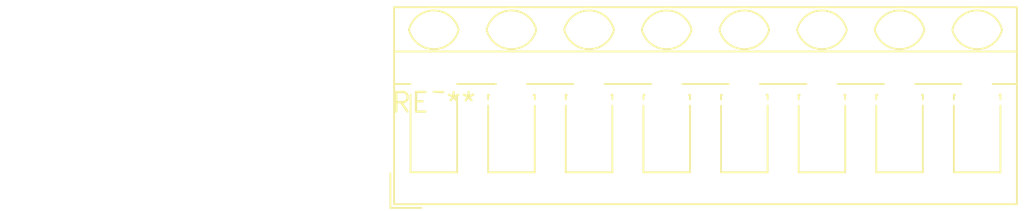
<source format=kicad_pcb>
(kicad_pcb (version 20240108) (generator pcbnew)
  (layers (0 "F.Cu" signal) (31 "B.Cu" signal) (34 "B.Paste" user) (35 "F.Paste" user) (36 "B.SilkS" user "B.Silkscreen") (37 "F.SilkS" user "F.Silkscreen") (38 "B.Mask" user) (39 "F.Mask" user) (44 "Edge.Cuts" user))
  (net 0 "")
  (footprint "TerminalBlock_RND_205-00062_1x08_P5.00mm_45Degree" (layer "F.Cu") (at 0 0)
    (property "Reference" "REF**")
    (property "Value" "TerminalBlock_RND_205-00062_1x08_P5.00mm_45Degree")
    (fp_line (start -2.8 4.56) (end -2.8 6.8) (layer "F.SilkS") (stroke (width 0.12)))
    (fp_line (start -2.8 6.8) (end -0.8 6.8) (layer "F.SilkS") (stroke (width 0.12)))
    (fp_line (start -2.56 -6.16) (end -2.56 6.56) (layer "F.SilkS") (stroke (width 0.12)))
    (fp_line (start -2.56 -6.16) (end 37.56 -6.16) (layer "F.SilkS") (stroke (width 0.12)))
    (fp_line (start -2.56 -3.301) (end 37.56 -3.301) (layer "F.SilkS") (stroke (width 0.12)))
    (fp_line (start -2.56 -1.201) (end -1.49 -1.201) (layer "F.SilkS") (stroke (width 0.12)))
    (fp_line (start -2.56 6.56) (end 37.56 6.56) (layer "F.SilkS") (stroke (width 0.12)))
    (fp_line (start -1.5 -0.5) (end -1.5 4.5) (layer "F.SilkS") (stroke (width 0.12)))
    (fp_line (start -1.5 -0.5) (end -1.49 -0.5) (layer "F.SilkS") (stroke (width 0.12)))
    (fp_line (start -1.5 4.5) (end 1.5 4.5) (layer "F.SilkS") (stroke (width 0.12)))
    (fp_line (start 1.49 -1.201) (end 4 -1.201) (layer "F.SilkS") (stroke (width 0.12)))
    (fp_line (start 1.49 -0.5) (end 1.5 -0.5) (layer "F.SilkS") (stroke (width 0.12)))
    (fp_line (start 1.5 -0.5) (end 1.5 4.5) (layer "F.SilkS") (stroke (width 0.12)))
    (fp_line (start 3.5 -0.5) (end 3.5 -0.202) (layer "F.SilkS") (stroke (width 0.12)))
    (fp_line (start 3.5 -0.5) (end 3.57 -0.5) (layer "F.SilkS") (stroke (width 0.12)))
    (fp_line (start 3.5 0.202) (end 3.5 4.5) (layer "F.SilkS") (stroke (width 0.12)))
    (fp_line (start 3.5 4.5) (end 6.5 4.5) (layer "F.SilkS") (stroke (width 0.12)))
    (fp_line (start 6.001 -1.201) (end 9 -1.201) (layer "F.SilkS") (stroke (width 0.12)))
    (fp_line (start 6.431 -0.5) (end 6.5 -0.5) (layer "F.SilkS") (stroke (width 0.12)))
    (fp_line (start 6.5 -0.5) (end 6.5 -0.202) (layer "F.SilkS") (stroke (width 0.12)))
    (fp_line (start 6.5 0.202) (end 6.5 4.5) (layer "F.SilkS") (stroke (width 0.12)))
    (fp_line (start 8.5 -0.5) (end 8.5 -0.202) (layer "F.SilkS") (stroke (width 0.12)))
    (fp_line (start 8.5 -0.5) (end 8.57 -0.5) (layer "F.SilkS") (stroke (width 0.12)))
    (fp_line (start 8.5 0.202) (end 8.5 4.5) (layer "F.SilkS") (stroke (width 0.12)))
    (fp_line (start 8.5 4.5) (end 11.5 4.5) (layer "F.SilkS") (stroke (width 0.12)))
    (fp_line (start 11.001 -1.201) (end 14 -1.201) (layer "F.SilkS") (stroke (width 0.12)))
    (fp_line (start 11.431 -0.5) (end 11.5 -0.5) (layer "F.SilkS") (stroke (width 0.12)))
    (fp_line (start 11.5 -0.5) (end 11.5 -0.202) (layer "F.SilkS") (stroke (width 0.12)))
    (fp_line (start 11.5 0.202) (end 11.5 4.5) (layer "F.SilkS") (stroke (width 0.12)))
    (fp_line (start 13.5 -0.5) (end 13.5 -0.202) (layer "F.SilkS") (stroke (width 0.12)))
    (fp_line (start 13.5 -0.5) (end 13.57 -0.5) (layer "F.SilkS") (stroke (width 0.12)))
    (fp_line (start 13.5 0.202) (end 13.5 4.5) (layer "F.SilkS") (stroke (width 0.12)))
    (fp_line (start 13.5 4.5) (end 16.5 4.5) (layer "F.SilkS") (stroke (width 0.12)))
    (fp_line (start 16.001 -1.201) (end 19 -1.201) (layer "F.SilkS") (stroke (width 0.12)))
    (fp_line (start 16.431 -0.5) (end 16.5 -0.5) (layer "F.SilkS") (stroke (width 0.12)))
    (fp_line (start 16.5 -0.5) (end 16.5 -0.202) (layer "F.SilkS") (stroke (width 0.12)))
    (fp_line (start 16.5 0.202) (end 16.5 4.5) (layer "F.SilkS") (stroke (width 0.12)))
    (fp_line (start 18.5 -0.5) (end 18.5 -0.202) (layer "F.SilkS") (stroke (width 0.12)))
    (fp_line (start 18.5 -0.5) (end 18.57 -0.5) (layer "F.SilkS") (stroke (width 0.12)))
    (fp_line (start 18.5 0.202) (end 18.5 4.5) (layer "F.SilkS") (stroke (width 0.12)))
    (fp_line (start 18.5 4.5) (end 21.5 4.5) (layer "F.SilkS") (stroke (width 0.12)))
    (fp_line (start 21.001 -1.201) (end 24 -1.201) (layer "F.SilkS") (stroke (width 0.12)))
    (fp_line (start 21.431 -0.5) (end 21.5 -0.5) (layer "F.SilkS") (stroke (width 0.12)))
    (fp_line (start 21.5 -0.5) (end 21.5 -0.202) (layer "F.SilkS") (stroke (width 0.12)))
    (fp_line (start 21.5 0.202) (end 21.5 4.5) (layer "F.SilkS") (stroke (width 0.12)))
    (fp_line (start 23.5 -0.5) (end 23.5 -0.202) (layer "F.SilkS") (stroke (width 0.12)))
    (fp_line (start 23.5 -0.5) (end 23.57 -0.5) (layer "F.SilkS") (stroke (width 0.12)))
    (fp_line (start 23.5 0.202) (end 23.5 4.5) (layer "F.SilkS") (stroke (width 0.12)))
    (fp_line (start 23.5 4.5) (end 26.5 4.5) (layer "F.SilkS") (stroke (width 0.12)))
    (fp_line (start 26.001 -1.201) (end 29 -1.201) (layer "F.SilkS") (stroke (width 0.12)))
    (fp_line (start 26.431 -0.5) (end 26.5 -0.5) (layer "F.SilkS") (stroke (width 0.12)))
    (fp_line (start 26.5 -0.5) (end 26.5 -0.202) (layer "F.SilkS") (stroke (width 0.12)))
    (fp_line (start 26.5 0.202) (end 26.5 4.5) (layer "F.SilkS") (stroke (width 0.12)))
    (fp_line (start 28.5 -0.5) (end 28.5 -0.202) (layer "F.SilkS") (stroke (width 0.12)))
    (fp_line (start 28.5 -0.5) (end 28.57 -0.5) (layer "F.SilkS") (stroke (width 0.12)))
    (fp_line (start 28.5 0.202) (end 28.5 4.5) (layer "F.SilkS") (stroke (width 0.12)))
    (fp_line (start 28.5 4.5) (end 31.5 4.5) (layer "F.SilkS") (stroke (width 0.12)))
    (fp_line (start 31.001 -1.201) (end 34 -1.201) (layer "F.SilkS") (stroke (width 0.12)))
    (fp_line (start 31.431 -0.5) (end 31.5 -0.5) (layer "F.SilkS") (stroke (width 0.12)))
    (fp_line (start 31.5 -0.5) (end 31.5 -0.202) (layer "F.SilkS") (stroke (width 0.12)))
    (fp_line (start 31.5 0.202) (end 31.5 4.5) (layer "F.SilkS") (stroke (width 0.12)))
    (fp_line (start 33.5 -0.5) (end 33.5 -0.202) (layer "F.SilkS") (stroke (width 0.12)))
    (fp_line (start 33.5 -0.5) (end 33.57 -0.5) (layer "F.SilkS") (stroke (width 0.12)))
    (fp_line (start 33.5 0.202) (end 33.5 4.5) (layer "F.SilkS") (stroke (width 0.12)))
    (fp_line (start 33.5 4.5) (end 36.5 4.5) (layer "F.SilkS") (stroke (width 0.12)))
    (fp_line (start 36.001 -1.201) (end 37.56 -1.201) (layer "F.SilkS") (stroke (width 0.12)))
    (fp_line (start 36.431 -0.5) (end 36.5 -0.5) (layer "F.SilkS") (stroke (width 0.12)))
    (fp_line (start 36.5 -0.5) (end 36.5 -0.202) (layer "F.SilkS") (stroke (width 0.12)))
    (fp_line (start 36.5 0.202) (end 36.5 4.5) (layer "F.SilkS") (stroke (width 0.12)))
    (fp_line (start 37.56 -6.16) (end 37.56 6.56) (layer "F.SilkS") (stroke (width 0.12)))
    (fp_arc (start -1.600914 -4.700344) (mid 0.000177 -5.95097) (end 1.601 -4.7) (layer "F.SilkS") (stroke (width 0.12)))
    (fp_arc (start 1.6 -4.7) (mid -6.4e-05 -3.45) (end -1.600031 -4.700125) (layer "F.SilkS") (stroke (width 0.12)))
    (fp_arc (start 3.399086 -4.700344) (mid 5.000177 -5.95097) (end 6.601 -4.7) (layer "F.SilkS") (stroke (width 0.12)))
    (fp_arc (start 6.6 -4.7) (mid 4.999936 -3.45) (end 3.399969 -4.700125) (layer "F.SilkS") (stroke (width 0.12)))
    (fp_arc (start 8.399086 -4.700344) (mid 10.000177 -5.95097) (end 11.601 -4.7) (layer "F.SilkS") (stroke (width 0.12)))
    (fp_arc (start 11.6 -4.7) (mid 9.999936 -3.45) (end 8.399969 -4.700125) (layer "F.SilkS") (stroke (width 0.12)))
    (fp_arc (start 13.399086 -4.700344) (mid 15.000177 -5.95097) (end 16.601 -4.7) (layer "F.SilkS") (stroke (width 0.12)))
    (fp_arc (start 16.6 -4.7) (mid 14.999936 -3.45) (end 13.399969 -4.700125) (layer "F.SilkS") (stroke (width 0.12)))
    (fp_arc (start 18.399086 -4.700344) (mid 20.000177 -5.95097) (end 21.601 -4.7) (layer "F.SilkS") (stroke (width 0.12)))
    (fp_arc (start 21.6 -4.7) (mid 19.999936 -3.45) (end 18.399969 -4.700125) (layer "F.SilkS") (stroke (width 0.12)))
    (fp_arc (start 23.399086 -4.700344) (mid 25.000177 -5.95097) (end 26.601 -4.7) (layer "F.SilkS") (stroke (width 0.12)))
    (fp_arc (start 26.6 -4.7) (mid 24.999936 -3.45) (end 23.399969 -4.700125) (layer "F.SilkS") (stroke (width 0.12)))
    (fp_arc (start 28.399086 -4.700344) (mid 30.000177 -5.95097) (end 31.601 -4.7) (layer "F.SilkS") (stroke (width 0.12)))
    (fp_arc (start 31.6 -4.7) (mid 29.999936 -3.45) (end 28.399969 -4.700125) (layer "F.SilkS") (stroke (width 0.12)))
    (fp_arc (start 33.399086 -4.700344) (mid 35.000177 -5.95097) (end 36.601 -4.7) (layer "F.SilkS") (stroke (width 0.12)))
    (fp_arc (start 36.6 -4.7) (mid 34.999936 -3.45) (end 33.399969 -4.700125) (layer "F.SilkS") (stroke (width 0.12)))
    (pad "1" thru_hole rect (at 0 0) (size 2.5 2.5) (drill 1.3) (layers *.Cu *.Mask) (remove_unused_layers))
    (pad "2" thru_hole circle (at 5 0) (size 2.5 2.5) (drill 1.3) (layers *.Cu *.Mask) (remove_unused_layers))
    (pad "3" thru_hole circle (at 10 0) (size 2.5 2.5) (drill 1.3) (layers *.Cu *.Mask) (remove_unused_layers))
    (pad "4" thru_hole circle (at 15 0) (size 2.5 2.5) (drill 1.3) (layers *.Cu *.Mask) (remove_unused_layers))
    (pad "5" thru_hole circle (at 20 0) (size 2.5 2.5) (drill 1.3) (layers *.Cu *.Mask) (remove_unused_layers))
    (pad "6" thru_hole circle (at 25 0) (size 2.5 2.5) (drill 1.3) (layers *.Cu *.Mask) (remove_unused_layers))
    (pad "7" thru_hole circle (at 30 0) (size 2.5 2.5) (drill 1.3) (layers *.Cu *.Mask) (remove_unused_layers))
    (pad "8" thru_hole circle (at 35 0) (size 2.5 2.5) (drill 1.3) (layers *.Cu *.Mask) (remove_unused_layers))
  )
)
</source>
